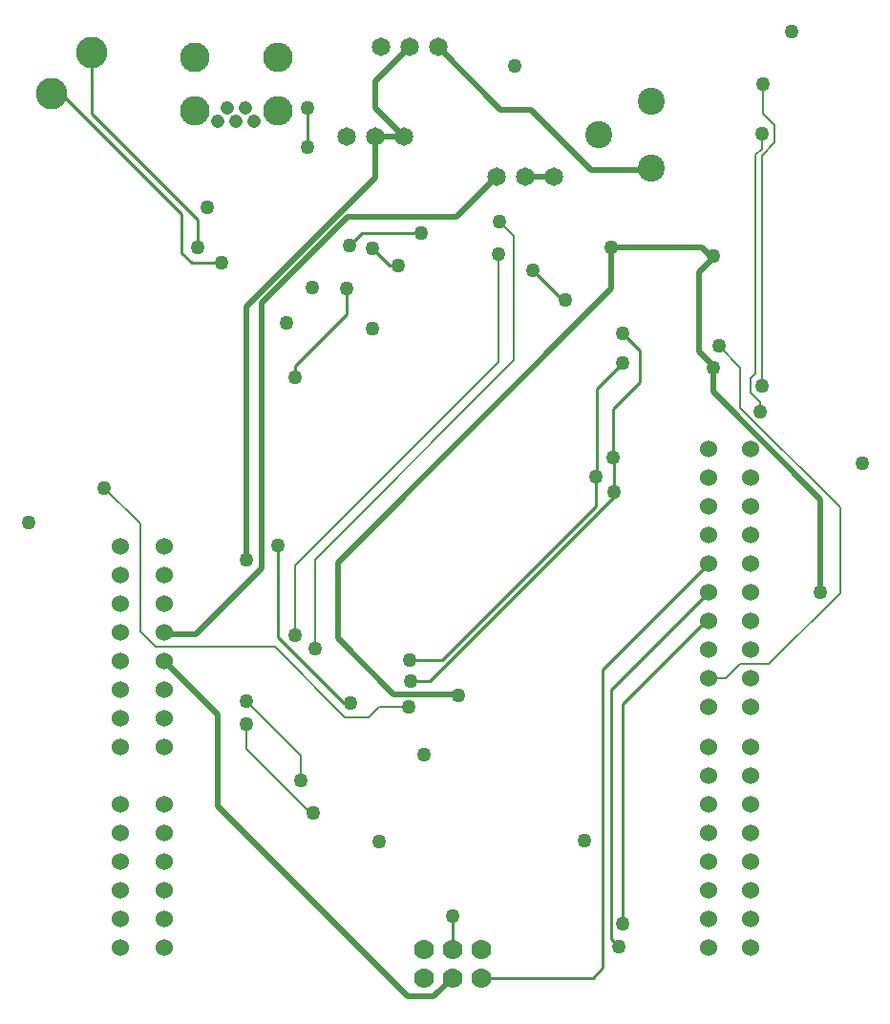
<source format=gbl>
G04*
G04 #@! TF.GenerationSoftware,Altium Limited,Altium Designer,19.1.7 (138)*
G04*
G04 Layer_Physical_Order=4*
G04 Layer_Color=16711680*
%FSLAX25Y25*%
%MOIN*%
G70*
G01*
G75*
%ADD10C,0.01000*%
%ADD13C,0.00600*%
%ADD64C,0.02000*%
%ADD66C,0.04756*%
%ADD67O,0.10299X0.10299*%
%ADD68C,0.10299*%
%ADD69C,0.06496*%
%ADD70C,0.09449*%
%ADD71C,0.11024*%
%ADD72C,0.07000*%
%ADD73C,0.06000*%
%ADD74C,0.05000*%
D10*
X190500Y182086D02*
Y193500D01*
X190000Y211000D02*
X199500Y220500D01*
X190000Y194000D02*
Y211000D01*
X190500Y180500D02*
Y182086D01*
X126000Y116000D02*
X190500Y180500D01*
X119500Y116000D02*
X126000D01*
X184000Y187500D02*
X184500Y188000D01*
X119000Y123500D02*
X130500D01*
X184000Y177000D01*
Y187500D01*
X96000Y108500D02*
X98500D01*
X73000Y131500D02*
X96000Y108500D01*
X73000Y131500D02*
Y163500D01*
X43000Y262000D02*
X53500D01*
X39500Y265500D02*
X43000Y262000D01*
X39500Y265500D02*
Y279000D01*
X-4000Y322500D02*
X39500Y279000D01*
X45000Y267500D02*
Y277000D01*
X8000Y314000D02*
X45000Y277000D01*
X8000Y314000D02*
Y336500D01*
X-5500Y322500D02*
X-4000D01*
X79000Y222000D02*
Y226000D01*
X97000Y244000D01*
Y253000D01*
X112000Y261000D02*
X115000D01*
X106000Y267000D02*
X112000Y261000D01*
X222500Y137000D02*
X223500D01*
X193500Y108000D02*
X222500Y137000D01*
X193500Y31500D02*
Y108000D01*
Y237500D02*
X199500Y231500D01*
Y220500D02*
Y231500D01*
X184500Y218000D02*
X193500Y227000D01*
X184500Y188000D02*
Y218000D01*
X98000Y268000D02*
X102500Y272500D01*
X134000Y34000D02*
X134125Y34125D01*
X134000Y22500D02*
Y34000D01*
X189500Y26000D02*
Y113000D01*
Y26000D02*
X192000Y23500D01*
X189500Y113000D02*
X223500Y147000D01*
X144000Y12500D02*
X183000D01*
X186500Y16000D01*
Y120000D01*
X223500Y157000D01*
X102500Y272500D02*
X123000D01*
X172500Y249000D02*
X173500D01*
X162000Y259500D02*
X172500Y249000D01*
X83500Y302500D02*
Y316000D01*
D13*
X239900Y223400D02*
Y299663D01*
X238200Y221700D02*
X239900Y223400D01*
X238200Y216800D02*
Y221700D01*
X79000Y156500D02*
X150000Y227500D01*
X79000Y132000D02*
Y156500D01*
X190000Y194000D02*
X190500Y193500D01*
X81000Y81375D02*
Y90000D01*
X62000Y109000D02*
X81000Y90000D01*
X84500Y70000D02*
X85500D01*
X62000Y92500D02*
X84500Y70000D01*
X62000Y92500D02*
Y101000D01*
X244501Y122000D02*
X269300Y146799D01*
X234500Y122000D02*
X244501D01*
X269300Y146799D02*
Y176826D01*
X234500Y211626D02*
X269300Y176826D01*
X241500Y210000D02*
Y213500D01*
X238200Y216800D02*
X241500Y213500D01*
X234500Y211626D02*
Y225500D01*
X227000Y233000D02*
X234500Y225500D01*
X242000Y219000D02*
Y299500D01*
X246500Y304000D01*
X239900Y299663D02*
X242000Y301763D01*
Y307000D01*
X246500Y304000D02*
Y310000D01*
X242500Y314000D02*
X246500Y310000D01*
X242500Y314000D02*
Y324500D01*
X86000Y127500D02*
Y158500D01*
X155500Y228000D01*
X150000Y227500D02*
Y265000D01*
X30500Y128000D02*
X72000D01*
X25000Y133500D02*
X30500Y128000D01*
X25000Y133500D02*
Y171000D01*
X96500Y103500D02*
X104893D01*
X72000Y128000D02*
X96500Y103500D01*
X104893D02*
X108393Y107000D01*
X155500Y228000D02*
Y271500D01*
X150500Y276500D02*
X155500Y271500D01*
X12500Y183500D02*
X25000Y171000D01*
X108393Y107000D02*
X118750D01*
X229500Y117000D02*
X234500Y122000D01*
X223500Y117000D02*
X229500D01*
D64*
X220000Y258688D02*
X225000Y263688D01*
X220000Y231312D02*
Y258688D01*
Y231312D02*
X225000Y226312D01*
X107000Y316000D02*
Y325500D01*
Y316000D02*
X117000Y306000D01*
X107000D02*
X117000D01*
X159500Y292000D02*
X169500D01*
X107000Y325500D02*
X119000Y337500D01*
X118500Y6000D02*
X127500D01*
X52000Y72500D02*
X118500Y6000D01*
X52000Y72500D02*
Y104500D01*
X127500Y6000D02*
X134000Y12500D01*
X33500Y123000D02*
X52000Y104500D01*
X113500Y111500D02*
X135500D01*
X136000Y111000D01*
X225000Y225500D02*
Y226312D01*
Y217071D02*
Y225500D01*
Y263688D02*
Y264500D01*
Y217071D02*
X262500Y179571D01*
Y147000D02*
Y179571D01*
X67500Y248000D02*
X97500Y278000D01*
X67500Y155500D02*
Y248000D01*
X44500Y132500D02*
X67500Y155500D01*
X189500Y267500D02*
X221188D01*
X224188Y264500D01*
X189500Y253000D02*
Y267500D01*
X224188Y264500D02*
X225000D01*
X135500Y278000D02*
X149500Y292000D01*
X97500Y278000D02*
X135500D01*
X34000Y132500D02*
X44500D01*
X94000Y131000D02*
X113500Y111500D01*
X94000Y131000D02*
Y157500D01*
X189500Y253000D01*
X62000Y158500D02*
Y246743D01*
X107000Y291743D01*
Y306000D01*
X182500Y294500D02*
X203000D01*
X203500Y295000D01*
X161430Y315570D02*
X182500Y294500D01*
X150930Y315570D02*
X161430D01*
X129000Y337500D02*
X150930Y315570D01*
X33500Y133000D02*
X34000Y132500D01*
D66*
X64799Y311500D02*
D03*
X58500D02*
D03*
X52201D02*
D03*
X61650Y316224D02*
D03*
X55350D02*
D03*
D67*
X73067Y333744D02*
D03*
Y315043D02*
D03*
X43933D02*
D03*
D68*
Y333744D02*
D03*
D69*
X129000Y337500D02*
D03*
X119000D02*
D03*
X109000D02*
D03*
X169500Y292000D02*
D03*
X159500D02*
D03*
X149500D02*
D03*
X117000Y306000D02*
D03*
X107000D02*
D03*
X97000D02*
D03*
D70*
X203500Y295000D02*
D03*
Y318500D02*
D03*
X184996Y306720D02*
D03*
D71*
X8000Y335500D02*
D03*
X-6000Y321000D02*
D03*
D72*
X124000Y12500D02*
D03*
Y22500D02*
D03*
X134000Y12500D02*
D03*
Y22500D02*
D03*
X144000Y12500D02*
D03*
Y22500D02*
D03*
D73*
X223500Y23000D02*
D03*
Y33000D02*
D03*
Y43000D02*
D03*
Y53000D02*
D03*
Y63000D02*
D03*
Y73000D02*
D03*
Y83000D02*
D03*
Y93000D02*
D03*
X18000Y73000D02*
D03*
Y63000D02*
D03*
Y53000D02*
D03*
Y43000D02*
D03*
Y33000D02*
D03*
Y23000D02*
D03*
X33500Y163000D02*
D03*
Y153000D02*
D03*
Y143000D02*
D03*
Y133000D02*
D03*
Y123000D02*
D03*
Y113000D02*
D03*
Y103000D02*
D03*
Y93000D02*
D03*
Y73000D02*
D03*
Y63000D02*
D03*
Y53000D02*
D03*
Y43000D02*
D03*
Y33000D02*
D03*
Y23000D02*
D03*
X223500Y107000D02*
D03*
Y117000D02*
D03*
Y127000D02*
D03*
Y137000D02*
D03*
Y147000D02*
D03*
Y157000D02*
D03*
Y167000D02*
D03*
Y177000D02*
D03*
Y187000D02*
D03*
Y197000D02*
D03*
X238000Y107000D02*
D03*
Y117000D02*
D03*
Y127000D02*
D03*
Y137000D02*
D03*
Y147000D02*
D03*
Y157000D02*
D03*
Y167000D02*
D03*
Y177000D02*
D03*
Y187000D02*
D03*
Y197000D02*
D03*
X18000Y163000D02*
D03*
Y153000D02*
D03*
Y143000D02*
D03*
Y133000D02*
D03*
Y123000D02*
D03*
Y113000D02*
D03*
Y103000D02*
D03*
Y93000D02*
D03*
X238000Y23000D02*
D03*
Y33000D02*
D03*
Y43000D02*
D03*
Y53000D02*
D03*
Y63000D02*
D03*
Y73000D02*
D03*
Y83000D02*
D03*
Y93000D02*
D03*
D74*
X79000Y132000D02*
D03*
X190000Y194000D02*
D03*
X190500Y182086D02*
D03*
X119500Y116000D02*
D03*
X119000Y123500D02*
D03*
X62000Y101000D02*
D03*
Y109000D02*
D03*
X155850Y330850D02*
D03*
X225000Y225500D02*
D03*
X277000Y192000D02*
D03*
X262500Y147000D02*
D03*
X53500Y262000D02*
D03*
X48500Y281500D02*
D03*
X45000Y267500D02*
D03*
X-14000Y171500D02*
D03*
X241500Y210000D02*
D03*
X242000Y219000D02*
D03*
X227000Y233000D02*
D03*
X85000Y253500D02*
D03*
X79000Y222000D02*
D03*
X97000Y253000D02*
D03*
X85500Y70000D02*
D03*
X81000Y81375D02*
D03*
X86000Y127500D02*
D03*
X150000Y265000D02*
D03*
X162000Y259500D02*
D03*
X115000Y261000D02*
D03*
X150500Y276500D02*
D03*
X73000Y163500D02*
D03*
X184000Y187500D02*
D03*
X118750Y107000D02*
D03*
X12500Y183500D02*
D03*
X106000Y267000D02*
D03*
X98000Y268000D02*
D03*
X136000Y111000D02*
D03*
X225000Y264500D02*
D03*
X189500Y267500D02*
D03*
X252300Y342800D02*
D03*
X242000Y307000D02*
D03*
X242500Y324500D02*
D03*
X134125Y34125D02*
D03*
X193500Y31500D02*
D03*
X192000Y23500D02*
D03*
X98500Y108500D02*
D03*
X180000Y60500D02*
D03*
X108500Y60000D02*
D03*
X193500Y237500D02*
D03*
Y227000D02*
D03*
X124000Y90500D02*
D03*
X62000Y158500D02*
D03*
X76000Y241000D02*
D03*
X106000Y239000D02*
D03*
X123000Y272500D02*
D03*
X173500Y249000D02*
D03*
X83500Y302500D02*
D03*
Y316000D02*
D03*
M02*

</source>
